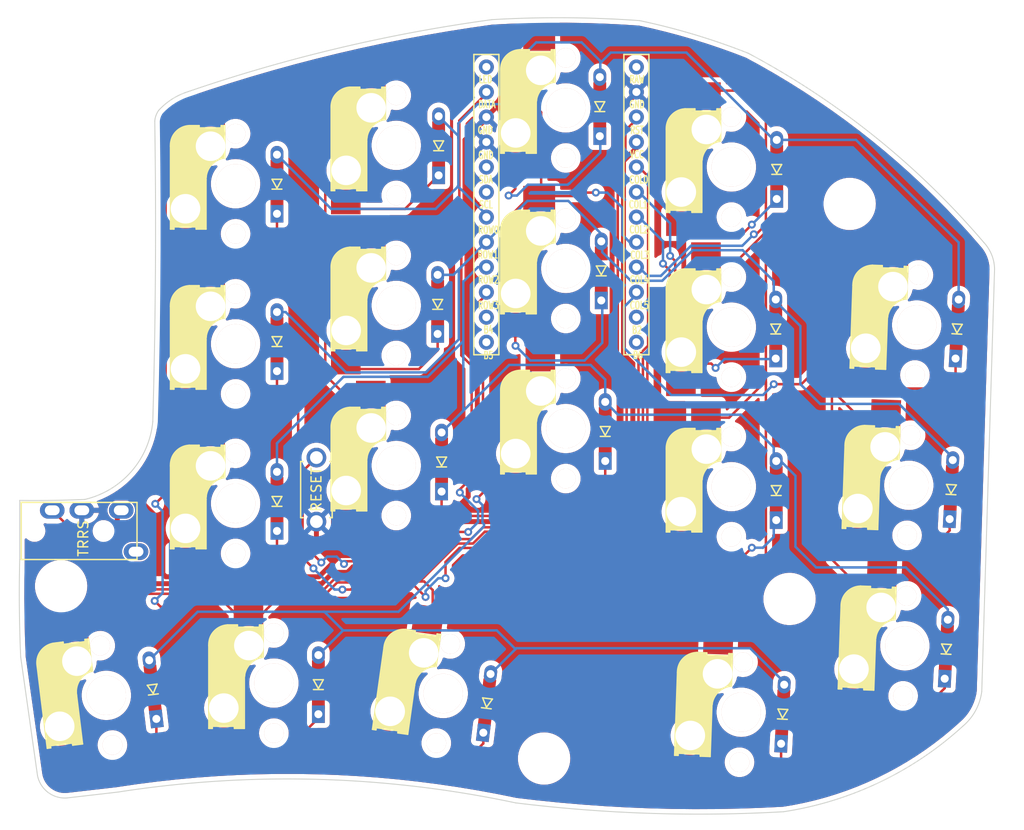
<source format=kicad_pcb>
(kicad_pcb (version 20211014) (generator pcbnew)
  (layers (0 "F.Cu" signal) (31 "B.Cu" signal) (34 "B.Paste" user) (35 "F.Paste" user) (36 "B.SilkS" user "B.Silkscreen") (37 "F.SilkS" user "F.Silkscreen") (38 "B.Mask" user) (39 "F.Mask" user) (44 "Edge.Cuts" user))
  (net 0 "")
  (net 1 "Net-(D1-Pad1)")
  (net 2 "row3")
  (net 3 "Net-(D2-Pad1)")
  (net 4 "row0")
  (net 5 "Net-(D3-Pad1)")
  (net 6 "row1")
  (net 7 "Net-(D4-Pad1)")
  (net 8 "row2")
  (net 9 "Net-(D5-Pad1)")
  (net 10 "Net-(D6-Pad1)")
  (net 11 "Net-(D7-Pad1)")
  (net 12 "Net-(D8-Pad1)")
  (net 13 "Net-(D9-Pad1)")
  (net 14 "Net-(D10-Pad1)")
  (net 15 "Net-(D11-Pad1)")
  (net 16 "Net-(D12-Pad1)")
  (net 17 "Net-(D14-Pad1)")
  (net 18 "Net-(D15-Pad1)")
  (net 19 "Net-(D16-Pad1)")
  (net 20 "Net-(D17-Pad1)")
  (net 21 "Net-(D18-Pad1)")
  (net 22 "Net-(D19-Pad1)")
  (net 23 "Net-(D13-Pad1)")
  (net 24 "VCC")
  (net 26 "data")
  (net 27 "GND")
  (net 28 "reset")
  (net 29 "col0")
  (net 30 "col1")
  (net 31 "col2")
  (net 32 "col3")
  (net 33 "col4")
  (net 34 "col5")
  (footprint "kbd_SW:CherryMX_Hotswap_1u_Small3" (layer "F.Cu") (at 162.587199 86.140697 90)
    (fp_text reference "SW5" hide)
    (fp_text value "SW_PUSH" hide)
  )
  (footprint "kbd_SW:CherryMX_Hotswap_1u_Small3" (layer "F.Cu") (at 210 89.1 88)
    (fp_text reference "SW16" hide)
    (fp_text value "SW_PUSH" hide)
  )
  (footprint "kbd_SW:CherryMX_Hotswap_1u_Small3" (layer "F.Cu") (at 145.588847 87.387518 97)
    (fp_text reference "SW1" hide)
    (fp_text value "SW_PUSH" hide)
  )
  (footprint "kbd:M2_HOLE_v2" (layer "F.Cu") (at 221 37.5)
    (fp_text reference "Ref**" hide)
    (fp_text value "Val**" hide)
  )
  (footprint "kbd:D3_TH_SMD_v2" (layer "F.Cu") (at 162.9 51.475 90)
    (fp_text reference "D3" hide)
    (fp_text value "DIODE" hide)
  )
  (footprint "kbd:D3_TH_SMD_v2" (layer "F.Cu") (at 213.5 50.2 90)
    (fp_text reference "D14" hide)
    (fp_text value "DIODE" hide)
  )
  (footprint "kbd:D3_TH_SMD_v2" (layer "F.Cu") (at 213.55 66.6 90)
    (fp_text reference "D15" hide)
    (fp_text value "DIODE" hide)
  )
  (footprint "kbd_SW:CherryMX_Hotswap_1u_Small3" (layer "F.Cu") (at 226.6 82.3611 88)
    (fp_text reference "SW19" hide)
    (fp_text value "SW_PUSH" hide)
  )
  (footprint "kbd:D3_TH_SMD_v2" (layer "F.Cu") (at 162.9 67.7 90)
    (fp_text reference "D4" hide)
    (fp_text value "DIODE" hide)
  )
  (footprint "kbd:ResetSW_1side" (layer "F.Cu") (at 166.9 66.5 90)
    (fp_text reference "SW20" hide)
    (fp_text value "RESET_SW")
  )
  (footprint "kbd:D3_TH_SMD_v2" (layer "F.Cu") (at 179.2 47.7 90)
    (fp_text reference "D7" hide)
    (fp_text value "DIODE" hide)
  )
  (footprint "kbd_SW:CherryMX_Hotswap_1u_Small3" (layer "F.Cu") (at 179.769353 87.2 82)
    (fp_text reference "SW9" hide)
    (fp_text value "SW_PUSH" hide)
  )
  (footprint "kbd:D3_TH_SMD_v2" (layer "F.Cu") (at 195.65 27.625 90)
    (fp_text reference "D10" hide)
    (fp_text value "DIODE" hide)
  )
  (footprint "kbd:D3_TH_SMD_v2" (layer "F.Cu") (at 196.2 60.6 90)
    (fp_text reference "D12" hide)
    (fp_text value "DIODE" hide)
  )
  (footprint "kbd_SW:CherryMX_Hotswap_1u_Small3" (layer "F.Cu") (at 158.699999 67.9 90)
    (fp_text reference "SW4" hide)
    (fp_text value "SW_PUSH" hide)
  )
  (footprint "kbd:M2_HOLE_v2" (layer "F.Cu") (at 141 76.3)
    (fp_text reference "Ref**" hide)
    (fp_text value "Val**" hide)
  )
  (footprint "kbd:D3_TH_SMD_v2" (layer "F.Cu") (at 179.3 31.6 90)
    (fp_text reference "D6" hide)
    (fp_text value "DIODE" hide)
  )
  (footprint "kbd:M2_HOLE_v2" (layer "F.Cu") (at 214.9 77.6)
    (fp_text reference "Ref**" hide)
    (fp_text value "Val**" hide)
  )
  (footprint "kbd:MJ-4PP-9_1side" (layer "F.Cu") (at 136.8 70.7 90)
    (fp_text reference "J1")
    (fp_text value "TRRS_MJ-4PP-9" hide)
  )
  (footprint "kbd:D3_TH_SMD_v2" (layer "F.Cu") (at 213.6 34 90)
    (fp_text reference "D13" hide)
    (fp_text value "DIODE" hide)
  )
  (footprint "kbd:D3_TH_SMD_v2" (layer "F.Cu") (at 162.9 35.5 90)
    (fp_text reference "D2" hide)
    (fp_text value "DIODE" hide)
  )
  (footprint "kbd:D3_TH_SMD_v2" (layer "F.Cu") (at 195.8 44.3 90)
    (fp_text reference "D11" hide)
    (fp_text value "DIODE" hide)
  )
  (footprint "kbd:D3_TH_SMD_v2" (layer "F.Cu") (at 179.6 63.7 90)
    (fp_text reference "D8" hide)
    (fp_text value "DIODE" hide)
  )
  (footprint "kbd:M2_HOLE_v2" (layer "F.Cu") (at 190 93.8)
    (fp_text reference "Ref**" hide)
    (fp_text value "Val**" hide)
  )
  (footprint "kbd_SW:CherryMX_Hotswap_1u_Small3" (layer "F.Cu") (at 227.8 49.791443 88)
    (fp_text reference "SW17" hide)
    (fp_text value "SW_PUSH" hide)
  )
  (footprint "kbd_SW:CherryMX_Hotswap_1u_Small3" (layer "F.Cu") (at 227 66.0611 88)
    (fp_text reference "SW18" hide)
    (fp_text value "SW_PUSH" hide)
  )
  (footprint "kbd:ProMicro_v2_1side" (layer "B.Cu") (at 191.8 38.078 180)
    (fp_text reference "U1" hide)
    (fp_text value "ProMicro" hide)
  )
  (footprint "kbd:D3_TH_SMD_v2" (layer "B.Cu") (at 167.1 86.3 -90)
    (fp_text reference "D5" hide)
    (fp_text value "DIODE" hide)
  )
  (footprint "kbd:D3_TH_SMD_v2" (layer "B.Cu") (at 184.2 88.2 -97)
    (fp_text reference "D9" hide)
    (fp_text value "DIODE" hide)
  )
  (footprint "kbd:D3_TH_SMD_v2" (layer "B.Cu") (at 150.3 86.8 -83)
    (fp_text reference "D1" hide)
    (fp_text value "DIODE" hide)
  )
  (footprint "kbd:D3_TH_SMD_v2" (layer "B.Cu") (at 231.9 50.2 -93)
    (fp_text reference "D17" hide)
    (fp_text value "DIODE" hide)
  )
  (footprint "kbd:D3_TH_SMD_v2" (layer "B.Cu") (at 231.3 66.5 -93)
    (fp_text reference "D18" hide)
    (fp_text value "DIODE" hide)
  )
  (footprint "kbd_SW:CherryMX_Hotswap_1u_Small3" (layer "B.Cu") (at 208.999999 50.00318 -90)
    (fp_text reference "SW14" hide)
    (fp_text value "SW_PUSH" hide)
  )
  (footprint "kbd:D3_TH_SMD_v2" (layer "B.Cu") (at 214.2 89.3 -93)
    (fp_text reference "D16" hide)
    (fp_text value "DIODE" hide)
  )
  (footprint "kbd_SW:CherryMX_Hotswap_1u_Small3" (layer "B.Cu") (at 192.2 60.3 -90)
    (fp_text reference "SW12" hide)
    (fp_text value "SW_PUSH" hide)
  )
  (footprint "kbd_SW:CherryMX_Hotswap_1u_Small3" (layer "B.Cu") (at 158.699999 51.703179 -90)
    (fp_text reference "SW3" hide)
    (fp_text value "SW_PUSH" hide)
  )
  (footprint "kbd_SW:CherryMX_Hotswap_1u_Small3" (layer "B.Cu") (at 208.999999 33.753179 -90)
    (fp_text reference "SW13" hide)
    (fp_text value "SW_PUSH" hide)
  )
  (footprint "kbd_SW:CherryMX_Hotswap_1u_Small3" (layer "B.Cu") (at 175 64.053179 -90)
    (fp_text reference "SW8" hide)
    (fp_text value "SW_PUSH" hide)
  )
  (footprint "kbd_SW:CherryMX_Hotswap_1u_Small3" (layer "B.Cu") (at 175 47.803179 -90)
    (fp_text reference "SW7" hide)
    (fp_text value "SW_PUSH" hide)
  )
  (footprint "kbd_SW:CherryMX_Hotswap_1u_Small3" (layer "B.Cu") (at 175 31.553179 -90)
    (fp_text reference "SW6" hide)
    (fp_text value "SW_PUSH" hide)
  )
  (footprint "kbd_SW:CherryMX_Hotswap_1u_Small3" (layer "B.Cu") (at 158.699999 35.453179 -90)
    (fp_text reference "SW2" hide)
    (fp_text value "SW_PUSH" hide)
  )
  (footprint "kbd:D3_TH_SMD_v2" (layer "B.Cu") (at 230.8 82.7 -93)
    (fp_text reference "D19" hide)
    (fp_text value "DIODE" hide)
  )
  (footprint "kbd_SW:CherryMX_Hotswap_1u_Small3" (layer "B.Cu") (at 208.999999 66.2 -90)
    (fp_text reference "SW15" hide)
    (fp_text value "SW_PUSH" hide)
  )
  (footprint "kbd_SW:CherryMX_Hotswap_1u_Small3" (layer "B.Cu") (at 192.2 27.753179 -90)
    (fp_text reference "SW10" hide)
    (fp_text value "SW_PUSH" hide)
  )
  (footprint "kbd_SW:CherryMX_Hotswap_1u_Small3" (layer "B.Cu") (at 192.2 44.05 -90)
    (fp_text reference "SW11" hide)
    (fp_text value "SW_PUSH" hide)
  )
  (gr_arc (start 150.9 28) (mid 152.141622 26.937433) (end 153.6 26.2) (layer "Edge.Cuts") (width 0.1))
  (gr_arc (start 199.7 18.894711) (mid 205.269432 20.316285) (end 210.7 22.2) (layer "Edge.Cuts") (width 0.1))
  (gr_line (start 136.8 67.6) (end 136.8 73.6) (layer "Edge.Cuts") (width 0.1))
  (gr_arc (start 150.5 29.1) (mid 150.625726 28.522991) (end 150.9 28) (layer "Edge.Cuts") (width 0.1))
  (gr_arc (start 214.3 99.2) (mid 200.679748 99.362058) (end 187.1 98.3) (layer "Edge.Cuts") (width 0.1))
  (gr_arc (start 143.4 67.5) (mid 140.100689 67.595453) (end 136.8 67.6) (layer "Edge.Cuts") (width 0.1))
  (gr_arc (start 150.5 29.1) (mid 150.568314 44.351104) (end 150.3 59.6) (layer "Edge.Cuts") (width 0.1))
  (gr_arc (start 232.5 90.5) (mid 224.046976 96.203445) (end 214.3 99.2) (layer "Edge.Cuts") (width 0.1))
  (gr_arc (start 150.3 59.6) (mid 148.124904 64.663524) (end 143.4 67.5) (layer "Edge.Cuts") (width 0.1))
  (gr_arc (start 234.6 41.4) (mid 235.399521 42.648339) (end 235.7 44.1) (layer "Edge.Cuts") (width 0.1))
  (gr_line (start 136.9 83.5) (end 138.6 95.5) (layer "Edge.Cuts") (width 0.1))
  (gr_arc (start 136.9 83.5) (mid 136.76493 78.550859) (end 136.8 73.6) (layer "Edge.Cuts") (width 0.1))
  (gr_arc (start 141.6 97.8) (mid 139.659077 97.225117) (end 138.6 95.5) (layer "Edge.Cuts") (width 0.1))
  (gr_line (start 234.4 87) (end 235.7 44.1) (layer "Edge.Cuts") (width 0.1))
  (gr_arc (start 234.4 87) (mid 233.776976 88.927501) (end 232.5 90.5) (layer "Edge.Cuts") (width 0.1))
  (gr_arc (start 184.7 18.794711) (mid 192.201631 18.6) (end 199.7 18.894711) (layer "Edge.Cuts") (width 0.1))
  (gr_arc (start 210.7 22.2) (mid 223.554878 30.673616) (end 234.6 41.4) (layer "Edge.Cuts") (width 0.1))
  (gr_line (start 141.6 97.8) (end 146.8 97.2) (layer "Edge.Cuts") (width 0.1))
  (gr_arc (start 146.8 97.2) (mid 167.000138 95.913118) (end 187.1 98.3) (layer "Edge.Cuts") (width 0.1))
  (gr_arc (start 153.6 26.2) (mid 168.967174 21.72954) (end 184.7 18.794711) (layer "Edge.Cuts") (width 0.1))
  (segment (start 150.665608 92.034392) (end 150.665608 89.777638) (width 0.25) (layer "F.Cu") (net 1))
  (segment (start 141.201666 93.669002) (end 141.632664 94.1) (width 0.25) (layer "F.Cu") (net 1))
  (segment (start 148.6 94.1) (end 150.665608 92.034392) (width 0.25) (layer "F.Cu") (net 1))
  (segment (start 141.632664 94.1) (end 148.6 94.1) (width 0.25) (layer "F.Cu") (net 1))
  (segment (start 182.75 48.0986) (end 182.75 52.4) (width 0.25) (layer "F.Cu") (net 2))
  (segment (start 182.75 52.4) (end 183.8 53.45) (width 0.25) (layer "F.Cu") (net 2))
  (segment (start 183.8 66.809926) (end 183.142856 67.46707) (width 0.25) (layer "F.Cu") (net 2))
  (segment (start 183.8 53.45) (end 183.8 66.809926) (width 0.25) (layer "F.Cu") (net 2))
  (segment (start 184.3886 46.46) (end 182.75 48.0986) (width 0.25) (layer "F.Cu") (net 2))
  (via (at 183.142856 67.46707) (size 0.8) (drill 0.4) (layers "F.Cu" "B.Cu") (net 2))
  (segment (start 169.605563 80.794437) (end 185.194437 80.794437) (width 0.25) (layer "B.Cu") (net 2))
  (segment (start 183.9 70) (end 183.9 70.225305) (width 0.25) (layer "B.Cu") (net 2))
  (segment (start 149.934392 83.822362) (end 154.856754 78.9) (width 0.25) (layer "B.Cu") (net 2))
  (segment (start 187.18797 82.6) (end 187.093985 82.693985) (width 0.25) (layer "B.Cu") (net 2))
  (segment (start 175.225305 78.9) (end 167.6 78.9) (width 0.25) (layer "B.Cu") (net 2))
  (segment (start 154.856754 78.9) (end 167.6 78.9) (width 0.25) (layer "B.Cu") (net 2))
  (segment (start 214.357008 86.304111) (end 214.357008 86.052931) (width 0.25) (layer "B.Cu") (net 2))
  (segment (start 185.194437 80.794437) (end 187.093985 82.693985) (width 0.25) (layer "B.Cu") (net 2))
  (segment (start 210.904077 82.6) (end 187.18797 82.6) (width 0.25) (layer "B.Cu") (net 2))
  (segment (start 167.6 78.9) (end 167.711126 78.9) (width 0.25) (layer "B.Cu") (net 2))
  (segment (start 167.1 83.3) (end 169.605563 80.794437) (width 0.25) (layer "B.Cu") (net 2))
  (segment (start 183.142856 67.46707) (end 183.75 68.074214) (width 0.25) (layer "B.Cu") (net 2))
  (segment (start 183.75 69.85) (end 183.9 70) (width 0.25) (layer "B.Cu") (net 2))
  (segment (start 187.093985 82.693985) (end 184.565608 85.222362) (width 0.25) (layer "B.Cu") (net 2))
  (segment (start 214.357008 86.052931) (end 210.904077 82.6) (width 0.25) (layer "B.Cu") (net 2))
  (segment (start 167.711126 78.9) (end 169.605563 80.794437) (width 0.25) (layer "B.Cu") (net 2))
  (segment (start 183.9 70.225305) (end 175.225305 78.9) (width 0.25) (layer "B.Cu") (net 2))
  (segment (start 183.75 68.074214) (end 183.75 69.85) (width 0.25) (layer "B.Cu") (net 2))
  (segment (start 153.579999 41.153179) (end 154.82682 42.4) (width 0.25) (layer "F.Cu") (net 3))
  (segment (start 162.9 40.8) (end 162.9 38.5) (width 0.25) (layer "F.Cu") (net 3))
  (segment (start 154.82682 42.4) (end 161.3 42.4) (width 0.25) (layer "F.Cu") (net 3))
  (segment (start 161.3 42.4) (end 162.9 40.8) (width 0.25) (layer "F.Cu") (net 3))
  (segment (start 181.3 35.7) (end 181.3 30.8) (width 0.25) (layer "B.Cu") (net 4))
  (segment (start 196.765302 22.134698) (end 195.7 23.2) (width 0.25) (layer "B.Cu") (net 4))
  (segment (start 232.057008 47.204111) (end 232.057008 41.415228) (width 0.25) (layer "B.Cu") (net 4))
  (segment (start 204.434698 22.134698) (end 196.765302 22.134698) (width 0.25) (layer "B.Cu") (net 4))
  (segment (start 168.40818 38.00818) (end 178.99182 38.00818) (width 0.25) (layer "B.Cu") (net 4))
  (segment (start 179.3 28.6) (end 179.3 28.361) (width 0.25) (layer "B.Cu") (net 4))
  (segment (start 184.3886 38.84) (end 181.2486 35.7) (width 0.25) (layer "B.Cu") (net 4))
  (segment (start 193.8 21.1) (end 195.7 23) (width 0.25) (layer "B.Cu") (net 4))
  (segment (start 213.3 31) (end 204.434698 22.134698) (width 0.25) (layer "B.Cu") (net 4))
  (segment (start 181.3 29.321188) (end 183.249707 27.371481) (width 0.25) (layer "B.Cu") (net 4))
  (segment (start 189.2 21.1) (end 193.8 21.1) (width 0.25) (layer "B.Cu") (net 4))
  (segment (start 181.2486 35.7) (end 181.3 35.7) (width 0.25) (layer "B.Cu") (net 4))
  (segment (start 221.64178 31) (end 213.3 31) (width 0.25) (layer "B.Cu") (net 4))
  (segment (start 181.3 30.8) (end 181.3 29.321188) (width 0.25) (layer "B.Cu") (net 4))
  (segment (start 181.3 30.8) (end 181.3 30.6) (width 0.25) (layer "B.Cu") (net 4))
  (segment (start 185.628519 27.371481) (end 186.7 26.3) (width 0.25) (layer "B.Cu") (net 4))
  (segment (start 180.275 36.725) (end 181.3 35.7) (width 0.25) (layer "B.Cu") (net 4))
  (segment (start 178.99182 38.00818) (end 180.275 36.725) (width 0.25) (layer "B.Cu") (net 4))
  (segment (start 181.3 30.6) (end 179.3 28.6) (width 0.25) (layer "B.Cu") (net 4))
  (segment (start 162.9 32.5) (end 168.40818 38.00818) (width 0.25) (layer "B.Cu") (net 4))
  (segment (start 186.7 26.3) (end 186.7 23.6) (width 0.25) (layer "B.Cu") (net 4))
  (segment (start 183.249707 27.371481) (end 185.628519 27.371481) (width 0.25) (layer "B.Cu") (net 4))
  (segment (start 186.7 23.6) (end 189.2 21.1) (width 0.25) (layer "B.Cu") (net 4))
  (segment (start 195.7 23.2) (end 195.7 24.625) (width 0.25) (layer "B.Cu") (net 4))
  (segment (start 232.057008 41.415228) (end 221.64178 31) (width 0.25) (layer "B.Cu") (net 4))
  (segment (start 195.7 23) (end 195.7 23.2) (width 0.25) (layer "B.Cu") (net 4))
  (segment (start 162.9 56.8) (end 162.9 54.475) (width 0.25) (layer "F.Cu") (net 5))
  (segment (start 153.579999 57.403179) (end 154.77682 58.6) (width 0.25) (layer "F.Cu") (net 5))
  (segment (start 161.1 58.6) (end 162.9 56.8) (width 0.25) (layer "F.Cu") (net 5))
  (segment (start 154.77682 58.6) (end 161.1 58.6) (width 0.25) (layer "F.Cu") (net 5))
  (segment (start 213.3 45.35) (end 213.3 47.2) (width 0.25) (layer "B.Cu") (net 6))
  (segment (start 192.461 37.2) (end 195.9 40.639) (width 0.25) (layer "B.Cu") (net 6))
  (segment (start 181.75 43.75) (end 180.8 44.7) (width 0.25) (layer "B.Cu") (net 6))
  (segment (start 163.775 48.475) (end 169.9 54.6) (width 0.25) (layer "B.Cu") (net 6))
  (segment (start 178 54.6) (end 181.35 51.25) (width 0.25) (layer "B.Cu") (net 6))
  (segment (start 188.3 37.2) (end 192.461 37.2) (width 0.25) (layer "B.Cu") (net 6))
  (segment (start 198.8 45.3) (end 201.986396 45.3) (width 0.25) (layer "B.Cu") (net 6))
  (segment (start 218 57.8) (end 226.004077 57.8) (width 0.25) (layer "B.Cu") (net 6))
  (segment (start 216 55.8) (end 218 57.8) (width 0.25) (layer "B.Cu") (net 6))
  (segment (start 162.9 48.475) (end 163.775 48.475) (width 0.25) (layer "B.Cu") (net 6))
  (segment (start 201.986396 45.3) (end 205.086396 42.2) (width 0.25) (layer "B.Cu") (net 6))
  (segment (start 231.457008 63.252931) (end 231.457008 63.504111) (width 0.25) (layer "B.Cu") (net 6))
  (segment (start 181.35 51.25) (end 181.35 44.15) (width 0.25) (layer "B.Cu") (net 6))
  (segment (start 216 49.9) (end 216 55.8) (width 0.25) (layer "B.Cu") (net 6))
  (segment (start 213.3 47.2) (end 216 49.9) (width 0.25) (layer "B.Cu") (net 6))
  (segment (start 180.8 44.7) (end 179.2 44.7) (width 0.25) (layer "B.Cu") (net 6))
  (segment (start 210.15 42.2) (end 213.3 45.35) (width 0.25) (layer "B.Cu") (net 6))
  (segment (start 226.004077 57.8) (end 231.457008 63.252931) (width 0.25) (layer "B.Cu") (net 6))
  (segment (start 195.9 42.4) (end 198.8 45.3) (width 0.25) (layer "B.Cu") (net 6))
  (segment (start 169.9 54.6) (end 178 54.6) (width 0.25) (layer "B.Cu") (net 6))
  (segment (start 205.086396 42.2) (end 210.15 42.2) (width 0.25) (layer "B.Cu") (net 6))
  (segment (start 195.9 40.639) (end 195.9 42.4) (width 0.25) (layer "B.Cu") (net 6))
  (segment (start 181.35 44.15) (end 188.3 37.2) (width 0.25) (layer "B.Cu") (net 6))
  (segment (start 156.775 74.775) (end 161.5 74.775) (width 0.25) (layer "F.Cu") (net 7))
  (segment (start 162.9 73.375) (end 162.9 70.7) (width 0.25) (layer "F.Cu") (net 7))
  (segment (start 155.6 73.6) (end 156.775 74.775) (width 0.25) (layer "F.Cu") (net 7))
  (segment (start 161.5 74.775) (end 162.9 73.375) (width 0.25) (layer "F.Cu") (net 7))
  (segment (start 153.579999 73.6) (end 155.6 73.6) (width 0.25) (layer "F.Cu") (net 7))
  (segment (start 197.5 58.9) (end 196.2 57.6) (width 0.25) (layer "B.Cu") (net 8))
  (segment (start 169.65 55.05) (end 178.186396 55.05) (width 0.25) (layer "B.Cu") (net 8))
  (segment (start 230.957008 78.657008) (end 226.7 74.4) (width 0.25) (layer "B.Cu") (net 8))
  (segment (start 184.3886 43.92) (end 183.28 43.92) (width 0.25) (layer "B.Cu") (net 8))
  (segment (start 196.2 55.330911) (end 194.714088 53.844999) (width 0.25) (layer "B.Cu") (net 8))
  (segment (start 214.1 63.7) (end 213.3 63.7) (width 0.25) (layer "B.Cu") (net 8))
  (segment (start 230.957008 79.704111) (end 230.957008 78.657008) (width 0.25) (layer "B.Cu") (net 8))
  (segment (start 209.985002 58.9) (end 197.5 58.9) (width 0.25) (layer "B.Cu") (net 8))
  (segment (start 181.8 58.5) (end 179.6 60.7) (width 0.25) (layer "B.Cu") (net 8))
  (segment (start 186.455001 53.844999) (end 181.35 58.95) (width 0.25) (layer "B.Cu") (net 8))
  (segment (start 181.8 45.4) (end 181.8 58.5) (width 0.25) (layer "B.Cu") (net 8))
  (segment (start 178.186396 55.05) (end 181.8 51.436396) (width 0.25) (layer "B.Cu") (net 8))
  (segment (start 217.6 74.4) (end 215.5 72.3) (width 0.25) (layer "B.Cu") (net 8))
  (segment (start 213.3 62.214998) (end 209.985002 58.9) (width 0.25) (layer "B.Cu") (net 8))
  (segment (start 215.5 65.1) (end 214.1 63.7) (width 0.25) (layer "B.Cu") (net 8))
  (segment (start 213.3 63.7) (end 213.3 62.214998) (width 0.25) (layer "B.Cu") (net 8))
  (segment (start 196.2 57.6) (end 196.2 55.330911) (width 0.25) (layer "B.Cu") (net 8))
  (segment (start 181.8 51.436396) (end 181.8 51.3) (width 0.25) (layer "B.Cu") (net 8))
  (segment (start 226.7 74.4) (end 217.6 74.4) (width 0.25) (layer "B.Cu") (net 8))
  (segment (start 215.5 72.3) (end 215.5 65.1) (width 0.25) (layer "B.Cu") (net 8))
  (segment (start 162.9 61.8) (end 169.65 55.05) (width 0.25) (layer "B.Cu") (net 8))
  (segment (start 162.9 64.7) (end 162.9 61.8) (width 0.25) (layer "B.Cu") (net 8))
  (segment (start 194.714088 53.844999) (end 186.455001 53.844999) (width 0.25) (layer "B.Cu") (net 8))
  (segment (start 183.28 43.92) (end 181.8 45.4) (width 0.25) (layer "B.Cu") (net 8))
  (segment (start 157.467199 91.840697) (end 158.926502 93.3) (width 0.25) (layer "F.Cu") (net 9))
  (segment (start 167.1 89.7) (end 167.1 89.3) (width 0.25) (layer "F.Cu") (net 9))
  (segment (start 163.5 93.3) (end 167.1 89.7) (width 0.25) (layer "F.Cu") (net 9))
  (segment (start 158.926502 93.3) (end 163.5 93.3) (width 0.25) (layer "F.Cu") (net 9))
  (segment (start 175.89182 38.00818) (end 179.3 34.6) (width 0.25) (layer "F.Cu") (net 10))
  (segment (start 170.635001 38.00818) (end 175.89182 38.00818) (width 0.25) (layer "F.Cu") (net 10))
  (segment (start 169.88 37.253179) (end 170.635001 38.00818) (width 0.25) (layer "F.Cu") (net 10))
  (segment (start 179.2 52.35818) (end 179.2 50.7) (width 0.25) (layer "F.Cu") (net 11))
  (segment (start 169.88 53.503179) (end 170.635001 54.25818) (width 0.25) (layer "F.Cu") (net 11))
  (segment (start 177.3 54.25818) (end 179.2 52.35818) (width 0.25) (layer "F.Cu") (net 11))
  (segment (start 170.635001 54.25818) (end 177.3 54.25818) (width 0.25) (layer "F.Cu") (net 11))
  (segment (start 170.2 72.1) (end 170.725 72.625) (width 0.25) (layer "F.Cu") (net 12))
  (segment (start 179.6 69.086828) (end 179.6 66.7) (width 0.25) (layer "F.Cu") (net 12))
  (segment (start 176.061828 72.625) (end 179.6 69.086828) (width 0.25) (layer "F.Cu") (net 12))
  (segment (start 170.725 72.625) (end 176.061828 72.625) (width 0.25) (layer "F.Cu") (net 12))
  (segment (start 170.2 70.073179) (end 170.2 72.1) (width 0.25) (layer "F.Cu") (net 12))
  (segment (start 169.88 69.753179) (end 170.2 70.073179) (width 0.25) (layer "F.Cu") (net 12))
  (segment (start 175.873932 94.1) (end 182 94.1) (width 0.25) (layer "F.Cu") (net 13))
  (segment (start 182 94.1) (end 183.834392 92.265608) (width 0.25) (layer "F.Cu") (net 13))
  (segment (start 183.834392 92.265608) (end 183.834392 91.177638) (width 0.25) (layer "F.Cu") (net 13))
  (segment (start 173.905894 92.131962) (end 175.873932 94.1) (width 0.25) (layer "F.Cu") (net 13))
  (segment (start 187.08 35.97) (end 187.08 33.453179) (width 0.25) (layer "F.Cu") (net 14))
  (segment (start 196 30.625) (end 195.975 30.625) (width 0.25) (layer "F.Cu") (net 14))
  (segment (start 186.4 36.65) (end 187.08 35.97) (width 0.25) (layer "F.Cu") (net 14))
  (via (at 186.4 36.65) (size 0.8) (drill 0.4) (layers "F.Cu" "B.Cu") (net 14))
  (segment (start 192.55 35.45) (end 195.7 32.3) (width 0.25) (layer "B.Cu") (net 14))
  (segment (start 192.4 35.55) (end 192.5 35.45) (width 0.25) (layer "B.Cu") (net 14))
  (segment (start 192.5 35.45) (end 192.55 35.45) (width 0.25) (layer "B.Cu") (net 14))
  (segment (start 186.4 36.65) (end 187.25 36.65) (width 0.25) (layer "B.Cu") (net 14))
  (segment (start 195.7 32.3) (end 195.7 30.625) (width 0.25) (layer "B.Cu") (net 14))
  (segment (start 187.25 36.65) (end 188.35 35.55) (width 0.25) (layer "B.Cu") (net 14))
  (segment (start 188.35 35.55) (end 192.4 35.55) (width 0.25) (layer "B.Cu") (net 14))
  (segment (start 187.08 49.75) (end 187.08 51.88) (width 0.25) (layer "F.Cu") (net 15))
  (segment (start 187.08 51.88) (end 187.1 51.9) (width 0.25) (layer "F.Cu") (net 15))
  (via (at 187.1 51.9) (size 0.8) (drill 0.4) (layers "F.Cu" "B.Cu") (net 15))
  (segment (start 188.594999 53.394999) (end 194.1 53.394999) (width 0.25) (layer "B.Cu") (net 15))
  (segment (start 194.1 53.394999) (end 195.9 51.594999) (width 0.25) (layer "B.Cu") (net 15))
  (segment (start 187.1 51.9) (end 188.594999 53.394999) (width 0.25) (layer "B.Cu") (net 15))
  (segment (start 195.9 51.594999) (end 195.9 47.3) (width 0.25) (layer "B.Cu") (net 15))
  (segment (start 194.271878 68.025) (end 196.2 66.096878) (width 0.25) (layer "F.Cu") (net 16))
  (segment (start 187.08 66) (end 189.105 68.025) (width 0.25) (layer "F.Cu") (net 16))
  (segment (start 189.105 68.025) (end 194.271878 68.025) (width 0.25) (layer "F.Cu") (net 16))
  (segment (start 196.4 63.6) (end 196.4 63.839) (width 0.25) (layer "F.Cu") (net 16))
  (segment (start 196.2 66.096878) (end 196.2 63.6) (width 0.25) (layer "F.Cu") (net 16))
  (segment (start 205.875 53.708179) (end 203.879999 55.70318) (width 0.25) (layer "F.Cu") (net 17))
  (segment (start 206.958179 53.708179) (end 205.875 53.708179) (width 0.25) (layer "F.Cu") (net 17))
  (segment (start 207.4 54.15) (end 206.958179 53.708179) (width 0.25) (layer "F.Cu") (net 17))
  (via (at 207.4 54.15) (size 0.8) (drill 0.4) (layers "F.Cu" "B.Cu") (net 17))
  (segment (start 208.3 53.25) (end 213.25 53.25) (width 0.25) (layer "B.Cu") (net 17))
  (segment (start 213.25 53.25) (end 213.3 53.2) (width 0.25) (layer "B.Cu") (net 17))
  (segment (start 207.4 54.15) (end 208.3 53.25) (width 0.25) (layer "B.Cu") (net 17))
  (segment (start 209.8755 73.6) (end 211.0755 72.4) (width 0.25) (layer "F.Cu") (net 18))
  (segment (start 205.579999 73.6) (end 205.8 73.6) (width 0.25) (layer "F.Cu") (net 18))
  (segment (start 203.879999 71.9) (end 205.579999 73.6) (width 0.25) (layer "F.Cu") (net 18))
  (segment (start 205.8 73.6) (end 209.8755 73.6) (width 0.25) (layer "F.Cu") (net 18))
  (segment (start 213.3 70.124999) (end 213.3 69.7) (width 0.25) (layer "F.Cu") (net 18))
  (via (at 211.0755 72.4) (size 0.8) (drill 0.4) (layers "F.Cu" "B.Cu") (net 18))
  (segment (start 213.3 71.3) (end 213.3 69.7) (width 0.25) (layer "B.Cu") (net 18))
  (segment (start 211.0755 72.4) (end 212.2 72.4) (width 0.25) (layer "B.Cu") (net 18))
  (segment (start 212.2 72.4) (end 213.3 71.3) (width 0.25) (layer "B.Cu") (net 18))
  (segment (start 214.042992 94.257008) (end 214.042992 92.295889) (width 0.25) (layer "F.Cu") (net 19))
  (segment (start 204.684192 95.184192) (end 206.3 96.8) (width 0.25) (layer "F.Cu") (net 19))
  (segment (start 206.3 96.8) (end 211.5 96.8) (width 0.25) (layer "F.Cu") (net 19))
  (segment (start 211.5 96.8) (end 214.042992 94.257008) (width 0.25) (layer "F.Cu") (net 19))
  (segment (start 204.684192 94.617842) (end 204.684192 95.184192) (width 0.25) (layer "F.Cu") (net 19))
  (segment (start 223.418256 56.243349) (end 230.356651 56.243349) (width 0.25) (layer "F.Cu") (net 20))
  (segment (start 222.484192 55.309285) (end 223.418256 56.243349) (width 0.25) (layer "F.Cu") (net 20))
  (segment (start 230.356651 56.243349) (end 231.742992 54.857008) (width 0.25) (layer "F.Cu") (net 20))
  (segment (start 231.742992 54.857008) (end 231.742992 53.195889) (width 0.25) (layer "F.Cu") (net 20))
  (segment (start 221.684192 71.578942) (end 223.00525 72.9) (width 0.25) (layer "F.Cu") (net 21))
  (segment (start 228.9 72.9) (end 231.142992 70.657008) (width 0.25) (layer "F.Cu") (net 21))
  (segment (start 231.142992 70.657008) (end 231.142992 69.495889) (width 0.25) (layer "F.Cu") (net 21))
  (segment (start 223.00525 72.9) (end 228.9 72.9) (width 0.25) (layer "F.Cu") (net 21))
  (segment (start 222.50525 89.1) (end 228.2 89.1) (width 0.25) (layer "F.Cu") (net 22))
  (segment (start 228.2 89.1) (end 230.642992 86.657008) (width 0.25) (layer "F.Cu") (net 22))
  (segment (start 230.642992 86.657008) (end 230.642992 85.695889) (width 0.25) (layer "F.Cu") (net 22))
  (segment (start 221.284192 87.878942) (end 222.50525 89.1) (width 0.25) (layer "F.Cu") (net 22))
  (segment (start 207.1 40.5) (end 210.1755 40.5) (width 0.25) (layer "F.Cu") (net 23))
  (segment (start 206.053179 39.453179) (end 207.1 40.5) (width 0.25) (layer "F.Cu") (net 23))
  (segment (start 203.879999 39.453179) (end 206.053179 39.453179) (width 0.25) (layer "F.Cu") (net 23))
  (segment (start 210.1755 40.5) (end 211.0755 39.6) (width 0.25) (layer "F.Cu") (net 23))
  (via (at 211.0755 39.6) (size 0.8) (drill 0.4) (layers "F.Cu" "B.Cu") (net 23))
  (segment (start 211.0755 39.6) (end 213.3 37.3755) (width 0.25) (layer "B.Cu") (net 23))
  (segment (start 213.3 37.3755) (end 213.3 37) (width 0.25) (layer "B.Cu") (net 23))
  (segment (start 181.376344 69.75) (end 176.776344 74.35) (width 0.5) (layer "F.Cu") (net 24))
  (segment (start 146.7 69) (end 147.1 68.6) (width 0.5) (layer "F.Cu") (net 24))
  (segment (start 167.439949 76.05) (end 149.316116 76.05) (width 0.5) (layer "F.Cu") (net 24))
  (segment (start 149.316116 76.05) (end 146.7 73.433884) (width 0.5) (layer "F.Cu") (net 24))
  (segment (start 194.986394 69.75) (end 181.376344 69.75) (width 0.5) (layer "F.Cu") (net 24))
  (segment (start 199.5186 31.6814) (end 198.05 33.15) (width 0.5) (layer "F.Cu") (net 24))
  (segment (start 176.776344 74.35) (end 170.60227 74.35) (width 0.5) (layer "F.Cu") (net 24))
  (segment (start 198.05 33.15) (end 198.05 52.75) (width 0.5) (layer "F.Cu") (net 24))
  (segment (start 199 65.736394) (end 194.986394 69.75) (width 0.5) (layer "F.Cu") (net 24))
  (segment (start 199.5186 31.22) (end 199.5186 31.6814) (width 0.5) (layer "F.Cu") (net 24))
  (segment (start 170.60227 74.35) (end 170.05227 74.9) (width 0.5) (layer "F.Cu") (net 24))
  (segment (start 199 53.7) (end 199 65.736394) (width 0.5) (layer "F.Cu") (net 24))
  (segment (start 146.7 73.433884) (end 146.7 69) (width 0.5) (layer "F.Cu") (net 24))
  (segment (start 198.05 52.75) (end 199 53.7) (width 0.5) (layer "F.Cu") (net 24))
  (segment (start 170.05227 74.9) (end 168.58995 74.9) (width 0.5) (layer "F.Cu") (net 24))
  (segment (start 168.58995 74.9) (end 167.439949 76.05) (width 0.5) (layer "F.Cu") (net 24))
  (segment (start 168.828623 75.4745) (end 167.678122 76.625) (width 0.25) (layer "F.Cu") (net 26))
  (segment (start 149.075 76.625) (end 145.05 72.6) (width 0.25) (layer "F.Cu") (net 26))
  (segment (start 181.4 40.963173) (end 181.4 29.0386) (width 0.25) (layer "F.Cu") (net 26))
  (segment (start 182.65 53.926344) (end 181.6 52.876344) (width 0.25) (layer "F.Cu") (net 26))
  (segment (start 181.4505 66.799312) (end 181.4505 66.484058) (width 0.25) (layer "F.Cu") (net 26))
  (segment (start 181.4 29.0386) (end 184.2986 26.14) (width 0.25) (layer "F.Cu") (net 26))
  (segment (start 144.1 72.6) (end 140.1 68.6) (width 0.25) (layer "F.Cu") (net 26))
  (segment (start 145.05 72.6) (end 144.1 72.6) (width 0.25) (layer "F.Cu") (net 26))
  (segment (start 182.65 65.284558) (end 182.65 53.926344) (width 0.25) (layer "F.Cu") (net 26))
  (segment (start 170.840442 74.925) (end 170.290942 75.4745) (width 0.25) (layer "F.Cu") (net 26))
  (segment (start 181.139516 70.8) (end 177.014516 74.925) (width 0.25) (layer "F.Cu") (net 26))
  (segment (start 167.678122 76.625) (end 149.075 76.625) (width 0.25) (layer "F.Cu") (net 26))
  (segment (start 170.290942 75.4745) (end 168.828623 75.4745) (width 0.25) (layer "F.Cu") (net 26))
  (segment (start 181.4505 66.484058) (end 182.65 65.284558) (width 0.25) (layer "F.Cu") (net 26))
  (segment (start 181.6 52.876344) (end 181.6 41.163173) (width 0.25) (layer "F.Cu") (net 26))
  (segment (start 182.3 70.8) (end 181.139516 70.8) (width 0.25) (layer "F.Cu") (net 26))
  (segment (start 181.6 41.163173) (end 181.4 40.963173) (width 0.25) (layer "F.Cu") (net 26))
  (segment (start 177.014516 74.925) (end 170.840442 74.925) (width 0.25) (layer "F.Cu") (net 26))
  (via (at 181.4505 66.799312) (size 0.8) (drill 0.4) (layers "F.Cu" "B.Cu") (net 26))
  (via (at 182.3 70.8) (size 0.8) (drill 0.4) (layers "F.Cu" "B.Cu") (net 26))
  (segment (start 183.3 69.8) (end 183.3 68.648812) (width 0.25) (layer "B.Cu") (net 26))
  (segment (start 183.3 68.648812) (end 181.4505 66.799312) (width 0.25) (layer "B.Cu") (net 26))
  (segment (start 182.3 70.8) (end 183.3 69.8) (width 0.25) (layer "B.Cu") (net 26))
  (segment (start 184.3914 26.14) (end 184.3914 26.0914) (width 0.5) (layer "B.Cu") (net 26))
  (segment (start 167.15 75.35) (end 168.6 73.9) (width 0.5) (layer "F.Cu") (net 27))
  (segment (start 182.3005 66.44723) (end 183.225 65.52273) (width 0.5) (layer "F.Cu") (net 27))
  (segment (start 181.975 31.0036) (end 184.2986 28.68) (width 0.5) (layer "F.Cu") (net 27))
  (segment (start 166.9 69.75) (end 166.9 72.2) (width 0.5) (layer "F.Cu") (net 27))
  (segment (start 144.932233 68.6) (end 146.182233 67.35) (width 0.5) (layer "F.Cu") (net 27))
  (segment (start 196.9 53.226345) (end 197.8 54.126344) (width 0.5) (layer "F.Cu") (net 27))
  (segment (start 143.1 68.6) (end 144.932233 68.6) (width 0.5) (layer "F.Cu") (net 27))
  (segment (start 182.175 52.638172) (end 182.175 40.925) (width 0.5) (layer "F.Cu") (net 27))
  (segment (start 176.3 73.2) (end 180.15 69.35) (width 0.5) (layer "F.Cu") (net 27))
  (segment (start 148.75 67.35) (end 150.5 69.1) (width 0.5) (layer "F.Cu") (net 27))
  (segment (start 146.182233 67.35) (end 148.75 67.35) (width 0.5) (layer "F.Cu") (net 27))
  (segment (start 197.675 31.898656) (end 196.9 32.673656) (width 0.5) (layer "F.Cu") (net 27))
  (segment (start 150.5 74.220001) (end 151.629999 75.35) (width 0.5) (layer "F.Cu") (net 27))
  (segment (start 182.3005 67.1995) (end 182.3005 66.44723) (width 0.5) (layer "F.Cu") (net 27))
  (segment (start 197.8 54.126344) (end 197.8 65.31005) (width 0.5) (layer "F.Cu") (net 27))
  (segment (start 194.51005 68.6) (end 180.9 68.6) (width 0.5) (layer "F.Cu") (net 27))
  (segment (start 168.6 73.9) (end 169.3 73.2) (width 0.5) (layer "F.Cu") (net 27))
  (segment (start 180.9 68.6) (end 180.15 69.35) (width 0.5) (layer "F.Cu") (net 27))
  (segment (start 151.629999 75.35) (end 167.15 75.35) (width 0.5) (layer "F.Cu") (net 27))
  (segment (start 180.15 69.35) (end 182.3005 67.1995) (width 0.5) (layer "F.Cu") (net 27))
  (segment (start 197.8 65.31005) (end 194.51005 68.6) (width 0.5) (layer "F.Cu") (net 27))
  (segment (start 183.225 53.688172) (end 182.175 52.638172) (width 0.5) (layer "F.Cu") (net 27))
  (segment (start 183.225 65.52273) (end 183.225 53.688172) (width 0.5) (layer "F.Cu") (net 27))
  (segment (start 181.975 40.725) (end 181.975 31.0036) (width 0.5) (layer "F.Cu") (net 27))
  (segment (start 166.9 72.2) (end 168.6 73.9) (width 0.5) (layer "F.Cu") (net 27))
  (segment (start 150.5 69.1) (end 150.5 74.220001) (width 0.5) (layer "F.Cu") (net 27))
  (segment (start 182.175 40.925) (end 181.975 40.725) (width 0.5) (layer "F.Cu") (net 27))
  (segment (start 169.3 73.2) (end 176.3 73.2) (width 0.5) (layer "F.Cu") (net 27))
  (segment (start 197.675 27.9836) (end 197.675 31.898656) (width 0.5) (layer "F.Cu") (net 27))
  (segment (start 196.9 32.673656) (end 196.9 53.226345) (width 0.5) (layer "F.Cu") (net 27))
  (segment (start 199.5186 26.14) (end 197.675 27.9836) (width 0.5) (layer "F.Cu") (net 27))
  (segment (start 181.138172 69.175) (end 194.748222 69.175) (width 0.25) (layer "F.Cu") (net 28))
  (segment (start 169.825 73.775) (end 176.538172 73.775) (width 0.25) (layer "F.Cu") (net 28))
  (segment (start 197.475 52.988172) (end 197.475 32.911828) (width 0.25) (layer "F.Cu") (net 28))
  (segment (start 165.5 64.65) (end 165.5 72.001376) (width 0.25) (layer "F.Cu") (net 28))
  (segment (start 194.748222 69.175) (end 198.375 65.548222) (width 0.25) (layer "F.Cu") (net 28))
  (segment (start 165.5 72.001376) (end 167.398624 73.9) (width 0.25) (layer "F.Cu") (net 28))
  (segment (start 176.538172 73.775) (end 181.138172 69.175) (width 0.25) (layer "F.Cu") (net 28))
  (segment (start 169.700688 73.899312) (end 169.825 73.775) (width 0.25) (layer "F.Cu") (net 28))
  (segment (start 198.375 65.548222) (end 198.375 53.888172) (width 0.25) (layer "F.Cu") (net 28))
  (segment (start 198.25 32.136828) (end 198.25 30.0386) (width 0.25) (layer "F.Cu") (net 28))
  (segment (start 166.9 63.25) (end 165.5 64.65) (width 0.25) (layer "F.Cu") (net 28))
  (segment (start 197.475 32.911828) (end 198.25 32.136828) (width 0.25) (layer "F.Cu") (net 28))
  (segment (start 198.25 30.0386) (end 199.6086 28.68) (width 0.25) (layer "F.Cu") (net 28))
  (segment (start 169.700688 74.0495) (end 169.700688 73.899312) (width 0.25) (layer "F.Cu") (net 28))
  (segment (start 198.375 53.888172) (end 197.475 52.988172) (width 0.25) (layer "F.Cu") (net 28))
  (via (at 169.700688 74.0495) (size 0.8) (drill 0.4) (layers "F.Cu" "B.Cu") (net 28))
  (via (at 167.398624 73.9) (size 0.8) (drill 0.4) (layers "F.Cu" "B.Cu") (net 28))
  (segment (start 168.951188 73.3) (end 169.700688 74.0495) (width 0.25) (layer "B.Cu") (net 28))
  (segment (start 167.998624 73.3) (end 168.951188 73.3) (width 0.25) (layer "B.Cu") (net 28))
  (segment (start 167.398624 73.9) (end 167.998624 73.3) (width 0.25) (layer "B.Cu") (net 28))
  (segment (start 200.55 34.7014) (end 199.6086 33.76) (width 0.25) (layer "F.Cu") (net 29))
  (segment (start 142.174993 80.754118) (end 142.445882 80.754118) (width 0.25) (layer "F.Cu") (net 29))
  (segment (start 199.575 65.974566) (end 199.575 52.865851) (width 0.25) (layer "F.Cu") (net 29))
  (segment (start 171.026838 75.375) (end 177.200912 75.375) (width 0.25) (layer "F.Cu") (net 29))
  (segment (start 195.224567 70.325) (end 199.575 65.974566) (width 0.25) (layer "F.Cu") (net 29))
  (segment (start 199.575 52.865851) (end 200.55 51.890851) (width 0.25) (layer "F.Cu") (net 29))
  (segment (start 170.477338 75.9245) (end 171.026838 75.375) (width 0.25) (layer "F.Cu") (net 29))
  (segment (start 142.445882 80.754118) (end 146.125 77.075) (width 0.25) (layer "F.Cu") (net 29))
  (segment (start 146.125 77.075) (end 167.864518 77.075) (width 0.25) (layer "F.Cu") (net 29))
  (segment (start 181.050912 71.525) (end 182.600305 71.525) (width 0.25) (layer "F.Cu") (net 29))
  (segment (start 169.015019 75.9245) (end 170.477338 75.9245) (width 0.25) (layer "F.Cu") (net 29))
  (segment (start 200.55 51.890851) (end 200.55 34.7014) (width 0.25) (layer "F.Cu") (net 29))
  (segment (start 167.864518 77.075) (end 169.015019 75.9245) (width 0.25) (layer "F.Cu") (net 29))
  (segment (start 177.200912 75.375) (end 181.050912 71.525) (width 0.25) (layer "F.Cu") (net 29))
  (segment (start 182.600305 71.525) (end 183.800305 70.325) (width 0.25) (layer "F.Cu") (net 29))
  (segment (start 183.800305 70.325) (end 195.224567 70.325) (width 0.25) (layer "F.Cu") (net 29))
  (segment (start 182.973097 72.425) (end 184.098097 71.3) (width 0.25) (layer "F.Cu") (net 30))
  (segment (start 176.8505 76.275) (end 171.425 76.275) (width 0.25) (layer "F.Cu") (net 30))
  (segment (start 156.119999 60.9) (end 153.62682 60.9) (width 0.25) (layer "F.Cu") (net 30))
  (segment (start 151.6 42.7) (end 151.65 42.65) (width 0.25) (layer "F.Cu") (net 30))
  (segment (start 195.5 71.3) (end 195.588821 71.211179) (width 0.25) (layer "F.Cu") (net 30))
  (segment (start 180 73.848704) (end 181.423704 72.425) (width 0.25) (layer "F.Cu") (net 30))
  (segment (start 170.2 77.5) (end 168.075914 77.5) (width 0.25) (layer "F.Cu") (net 30))
  (segment (start 168.050914 77.525) (end 162.975 77.525) (width 0.25) (layer "F.Cu") (net 30))
  (segment (start 161.359303 79.140697) (end 160.007199 79.140697) (width 0.25) (layer "F.Cu") (net 30))
  (segment (start 202.784725 42.779214) (end 203.3 43.294489) (width 0.25) (layer "F.Cu") (net 30))
  (segment (start 184.098097 71.3) (end 195.5 71.3) (width 0.25) (layer "F.Cu") (net 30))
  (segment (start 151.6 58.87318) (end 151.6 66.9) (width 0.25) (layer "F.Cu") (net 30))
  (segment (start 171.425 76.275) (end 170.2 77.5) (width 0.25) (layer "F.Cu") (net 30))
  (segment (start 157.125 77.525) (end 158.740697 79.140697) (width 0.25) (layer "F.Cu") (net 30))
  (segment (start 151.65 42.65) (end 153.703179 44.703179) (width 0.25) (layer "F.Cu") (net 30))
  (segment (start 180 75.5) (end 180 73.848704) (width 0.25) (layer "F.Cu") (net 30))
  (segment (start 152.875 77.525) (end 157.125 77.525) (width 0.25) (layer "F.Cu") (net 30))
  (segment (start 162.975 77.525) (end 161.359303 79.140697) (width 0.25) (layer "F.Cu") (net 30))
  (segment (start 203.3 43.294489) (end 203.3 45.786396) (width 0.25) (layer "F.Cu") (net 30))
  (segment (start 200.475 53.238643) (end 200.475 66.347358) (width 0.25) (layer "F.Cu") (net 30))
  (segment (start 152 78.4) (end 152.875 77.525) (width 0.25) (layer "F.Cu") (net 30))
  (segment (start 153.703179 44.703179) (end 156.119999 44.703179) (width 0.25) (layer "F.Cu") (net 30))
  (segment (start 177.9755 77.4) (end 176.8505 76.275) (width 0.25) (layer "F.Cu") (net 30))
  (segment (start 151.6 66.9) (end 150.550688 67.949312) (width 0.25) (layer "F.Cu") (net 30))
  (segment (start 181.423704 72.425) (end 182.973097 72.425) (width 0.25) (layer "F.Cu") (net 30))
  (segment (start 153.62682 60.9) (end 151.6 58.87318) (width 0.25) (layer "F.Cu") (net 30))
  (segment (start 201.45 47.636396) (end 201.45 52.263643) (width 0.25) (layer "F.Cu") (net 30))
  (segment (start 158.740697 79.140697) (end 160.007199 79.140697) (width 0.25) (layer "F.Cu") (net 30))
  (segment (start 151.6 58.87318) (end 151.6 42.7) (width 0.25) (layer "F.Cu") (net 30))
  (segment (start 156.119999 28.453179) (end 151.6 32.973178) (width 0.25) (layer "F.Cu") (net 30))
  (segment (start 151.09597 78.4) (end 152 78.4) (width 0.25) (layer "F.Cu") (net 30))
  (segment (start 203.3 45.786396) (end 201.45 47.636396) (width 0.25) (layer "F.Cu") (net 30))
  (segment (start 151.6 42.6) (end 151.65 42.65) (width 0.25) (layer "F.Cu") (net 30))
  (segment (start 168.075914 77.5) (end 168.050914 77.525) (width 0.25) (layer "F.Cu") (net 30))
  (segment (start 201.45 52.263643) (end 200.475 53.238643) (width 0.25) (layer "F.Cu") (net 30))
  (segment (start 151.6 32.973178) (end 151.6 42.6) (width 0.25) (layer "F.Cu") (net 30))
  (segment (start 200.475 66.347358) (end 195.611179 71.211179) (width 0.25) (layer "F.Cu") (net 30))
  (segment (start 150.49547 77.7995) (end 151.09597 78.4) (width 0.25) (layer "F.Cu") (net 30))
  (via (at 177.9755 77.4) (size 0.8) (drill 0.4) (layers "F.Cu" "B.Cu") (net 30))
  (via (at 202.784725 42.779214) (size 0.8) (drill 0.4) (layers "F.Cu" "B.Cu") (net 30))
  (via (at 180 75.5) (size 0.8) (drill 0.4) (layers "F.Cu" "B.Cu") (net 30))
  (via (at 150.49547 77.7995) (size 0.8) (drill 0.4) (layers "F.Cu" "B.Cu") (net 30))
  (via (at 150.550688 67.949312) (size 0.8) (drill 0.4) (layers "F.Cu" "B.Cu") (net 30))
  (segment (start 151.3 76.99497) (end 150.49547 77.7995) (width 0.25) (layer "B.Cu") (net 30))
  (segment (start 202.784725 42.779214) (end 202.785225 42.778714) (width 0.25) (layer "B.Cu") (net 30))
  (segment (start 179.261701 75.5) (end 177.9755 76.786201) (width 0.25) (layer "B.Cu") (net 30))
  (segment (start 150.550688 67.949312) (end 151.3 68.698624) (width 0.25) (layer "B.Cu") (net 30))
  (segment (start 177.9755 76.786201) (end 177.9755 77.4) (width 0.25) (layer "B.Cu") (net 30))
  (segment (start 202.785225 39.476625) (end 199.6086 36.3) (width 0.25) (layer "B.Cu") (net 30))
  (segment (start 180 75.5) (end 179.261701 75.5) (width 0.25) (layer "B.Cu") (net 30))
  (segment (start 151.3 68.698624) (end 151.3 76.99497) (width 0.25) (layer "B.Cu") (net 30))
  (segment (start 202.785225 42.778714) (end 202.785225 39.476625) (width 0.25) (layer "B.Cu") (net 30))
  (segment (start 201 47.45) (end 201 52.077247) (width 0.25) (layer "F.Cu") (net 31))
  (segment (start 201 52.077247) (end 200.025 53.052247) (width 0.25) (layer "F.Cu") (net 31))
  (segment (start 165.05 72.950877) (end 166.599623 74.5005) (width 0.25) (layer "F.Cu") (net 31))
  (segment (start 167.8 54.873179) (end 169.98 57.053179) (width 0.25) (layer "F.Cu") (net 31))
  (segment (start 167.8 28.1) (end 167.8 38.623179) (width 0.25) (layer "F.Cu") (net 31))
  (segment (start 169.98 57.053179) (end 172.42 57.053179) (width 0.25) (layer "F.Cu") (net 31))
  (segment (start 200.025 53.052247) (end 200.025 66.160962) (width 0.25) (layer "F.Cu") (net 31))
  (segment (start 170.389234 76.649) (end 171.213234 75.825) (width 0.25) (layer "F.Cu") (net 31))
  (segment (start 178.7 79.39773) (end 178.188673 79.909057) (width 0.25) (layer "F.Cu") (net 31))
  (segment (start 195.410963 70.775) (end 183.986701 70.775) (width 0.25) (layer "F.Cu") (net 31))
  (segment (start 167.8 54.873179) (end 167.8 54.9) (width 0.25) (layer "F.Cu") (net 31))
  (segment (start 169.53591 76.649) (end 170.389234 76.649) (width 0.25) (layer "F.Cu") (net 31))
  (segment (start 177.825 75.825) (end 178.7 76.7) (width 0.25) (layer "F.Cu") (net 31))
  (segment (start 171.346821 24.553179) (end 167.8 28.1) (width 0.25) (layer "F.Cu") (net 31))
  (segment (start 178.7 76.7) (end 178.7 79.39773) (width 0.25) (layer "F.Cu") (net 31))
  (segment (start 167.8 38.623179) (end 169.98 40.803179) (width 0.25) (layer "F.Cu") (net 31))
  (segment (start 200.025 66.160962) (end 195.410963 70.775) (width 0.25) (layer "F.Cu") (net 31))
  (segment (start 181.237308 71.975) (end 177.387308 75.825) (width 0.25) (layer "F.Cu") (net 31))
  (segment (start 176.325 75.825) (end 177.825 75.825) (width 0.25) (layer "F.Cu") (net 31))
  (segment (start 165.05 57.65) (end 165.05 72.950877) (width 0.25) (layer "F.Cu") (net 31))
  (segment (start 183.986701 70.775) (end 182.786701 71.975) (width 0.25) (layer "F.Cu") (net 31))
  (segment (start 167.8 54.9) (end 165.05 57.65) (width 0.25) (layer "F.Cu") (net 31))
  (segment (start 202.062701 43.562701) (end 202.75 44.25) (width 0.25) (layer "F.Cu") (net 31))
  (segment (start 172.42 24.553179) (end 171.346821 24.553179) (width 0.25) (layer "F.Cu") (net 31))
  (segment (start 202.75 44.25) (end 202.75 45.7) (width 0.25) (layer "F.Cu") (net 31))
  (segment (start 202.75 45.7) (end 201 47.45) (width 0.25) (layer "F.Cu") (net 31))
  (segment (start 171.213234 75.825) (end 176.325 75.825) (width 0.25) (layer "F.Cu") (net 31))
  (segment (start 177.387308 75.825) (end 176.325 75.825) (width 0.25) (layer "F.Cu") (net 31))
  (segment (start 169.98 40.803179) (end 172.42 40.803179) (width 0.25) (layer "F.Cu") (net 31))
  (segment (start 182.786701 71.975) (end 181.237308 71.975) (width 0.25) (layer "F.Cu") (net 31))
  (segment (start 167.8 38.623179) (end 167.8 54.873179) (width 0.25) (layer "F.Cu") (net 31))
  (via (at 166.599623 74.5005) (size 0.8) (drill 0.4) (layers "F.Cu" "B.Cu") (net 31))
  (via (at 169.53591 76.649) (size 0.8) (drill 0.4) (layers "F.Cu" "B.Cu") (net 31))
  (via (at 202.062701 43.562701) (size 0.8) (drill 0.4) (layers "F.Cu" "B.Cu") (net 31))
  (segment (start 169.53591 76.649) (end 168.748123 76.649) (width 0.25) (layer "B.Cu") (net 31))
  (segment (start 202.060225 43.560225) (end 202.060225 41.291625) (width 0.25) (layer "B.Cu") (net 31))
  (segment (start 202.060225 41.291625) (end 199.6086 38.84) (width 0.25) (layer "B.Cu") (net 31))
  (segment (start 202.062701 43.562701) (end 202.060225 43.560225) (width 0.25) (layer "B.Cu") (net 31))
  (segment (start 168.748123 76.649) (end 166.599623 74.5005) (width 0.25) (layer "B.Cu") (net 31))
  (segment (start 193.55 36.7) (end 189.97 36.7) (width 0.25) (layer "F.Cu") (net 32))
  (segment (start 186.05 42.55) (end 186.05 39.25) (width 0.25) (layer "F.Cu") (net 32))
  (segment (start 186.05 39.25) (end 188.25 37.05) (width 0.25) (layer "F.Cu") (net 32))
  (segment (start 193.9 36.35) (end 193.55 36.7) (width 0.25) (layer "F.Cu") (net 32))
  (segment (start 189.97 36.7) (end 189.62 37.05) (width 0.25) (layer "F.Cu") (net 32))
  (segment (start 189.62 20.753179) (end 187.1 23.273179) (width 0.25) (layer "F.Cu") (net 32))
  (segment (start 189.7 36.97) (end 189.62 37.05) (width 0.25) (layer "F.Cu") (net 32))
  (segment (start 187.1 25.6) (end 189.7 28.2) (width 0.25) (layer "F.Cu") (net 32))
  (segment (start 189.25 45.75) (end 186.05 42.55) (width 0.25) (layer "F.Cu") (net 32))
  (segment (start 188.25 37.05) (end 189.62 37.05) (width 0.25) (layer "F.Cu") (net 32))
  (segment (start 187.1 23.273179) (end 187.1 25.6) (width 0.25) (layer "F.Cu") (net 32))
  (segment (start 189.25 52.93) (end 189.25 45.75) (width 0.25) (layer "F.Cu") (net 32))
  (segment (start 189.7 28.2) (end 189.7 36.97) (width 0.25) (layer "F.Cu") (net 32))
  (segment (start 189.62 53.3) (end 189.25 52.93) (width 0.25) (layer "F.Cu") (net 32))
  (segment (start 195.25 36.35) (end 193.9 36.35) (width 0.25) (layer "F.Cu") (net 32))
  (via (at 195.25 36.35) (size 0.8) (drill 0.4) (layers "F.Cu" "B.Cu") (net 32))
  (segment (start 197.95 40.65) (end 198.68 41.38) (width 0.25) (layer "B.Cu") (net 32))
  (segment (start 195.25 36.35) (end 196.4 36.35) (width 0.25) (layer "B.Cu") (net 32))
  (segment (start 198.68 41.38) (end 199.6086 41.38) (width 0.25) (layer "B.Cu") (net 32))
  (segment (start 197.95 37.9) (end 197.95 40.65) (width 0.25) (layer "B.Cu") (net 32))
  (segment (start 196.4 36.35) (end 197.95 37.9) (width 0.25) (layer "B.Cu") (net 32))
  (segment (start 211.276543 40.579075) (end 211.520925 40.579075) (width 0.25) (layer "F.Cu") (net 33))
  (segment (start 206.419999 59.2) (end 208.772268 59.2) (width 0.25) (layer "F.Cu") (net 33))
  (segment (start 207.665868 79.334132) (end 207.665868 82.014224) (width 0.25) (layer "F.Cu") (net 33))
  (segment (start 212.5 55.572268) (end 212.5 56) (width 0.25) (layer "F.Cu") (net 33))
  (segment (start 212.5 39.55) (end 212.5 39.6) (width 0.25) (layer "F.Cu") (net 33))
  (segment (start 212.5 56) (end 212.5 74.5) (width 0.25) (layer "F.Cu") (net 33))
  (segment (start 206.419999 43.00318) (end 209.84682 43.00318) (width 0.25) (layer "F.Cu") (net 33))
  (segment (start 206.419999 26.753179) (end 207.173178 26) (width 0.25) (layer "F.Cu") (net 33))
  (segment (start 207.173178 26) (end 209.5 26) (width 0.25) (layer "F.Cu") (net 33))
  (segment (start 212.5 39.6) (end 212.5 56) (width 0.25) (layer "F.Cu") (net 33))
  (segment (start 208.772268 59.2) (end 212.45 55.522268) (width 0.25) (layer "F.Cu") (net 33))
  (segment (start 211.520925 40.579075) (end 212.5 39.6) (width 0.25) (layer "F.Cu") (net 33))
  (segment (start 212.5 40.35) (end 212.5 40) (width 0.25) (layer "F.Cu") (net 33))
  (segment (start 209.84682 43.00318) (end 212.5 40.35) (width 0.25) (layer "F.Cu") (net 33))
  (segment (start 212.5 29) (end 212.5 40.2) (width 0.25) (layer "F.Cu") (net 33))
  (segment (start 209.5 26) (end 212.5 29) (width 0.25) (layer "F.Cu") (net 33))
  (segment (start 212.5 74.5) (end 207.665868 79.334132) (width 0.25) (layer "F.Cu") (net 33))
  (segment (start 212.45 55.522268) (end 212.5 55.572268) (width 0.25) (layer "F.Cu") (net 33))
  (via (at 211.276543 40.579075) (size 0.8) (drill 0.4) (layers "F.Cu" "B.Cu") (net 33))
  (segment (start 210.105618 41.75) (end 204.9 41.75) (width 0.25) (layer "B.Cu") (net 33))
  (segment (start 200.4886 44.8) (end 199.6086 43.92) (width 0.25) (layer "B.Cu") (net 33))
  (segment (start 204.9 41.75) (end 201.85 44.8) (width 0.25) (layer "B.Cu") (net 33))
  (segment (start 201.85 44.8) (end 200.4886 44.8) (width 0.25) (layer "B.Cu") (net 33))
  (segment (start 211.276543 40.579075) (end 210.105618 41.75) (width 0.25) (layer "B.Cu") (net 33))
  (segment (start 219.2 56.414736) (end 219.2 73.6) (width 0.25) (layer "F.Cu") (net 34))
  (segment (start 225.465868 42.705667) (end 222.494333 42.705667) (width 0.25) (layer "F.Cu") (net 34))
  (segment (start 219.2 46) (end 219.2 52.7) (width 0.25) (layer "F.Cu") (net 34))
  (segment (start 222.494333 42.705667) (end 219.2 46) (width 0.25) (layer "F.Cu") (net 34))
  (segment (start 221.775324 58.975324) (end 220.614736 57.814736) (width 0.25) (layer "F.Cu") (net 34))
  (segment (start 216.1 55.8) (end 219.2 52.7) (width 0.25) (layer "F.Cu") (net 34))
  (segment (start 224.665868 58.975324) (end 221.775324 58.975324) (width 0.25) (layer "F.Cu") (net 34))
  (segment (start 219.2 73.6) (end 220.875324 75.275324) (width 0.25) (layer "F.Cu") (net 34))
  (segment (start 213.3 55.8) (end 216.1 55.8) (width 0.25) (layer "F.Cu") (net 34))
  (segment (start 220.875324 75.275324) (end 224.265868 75.275324) (width 0.25) (layer "F.Cu") (net 34))
  (segment (start 219.2 56.4) (end 220.6 57.8) (width 0.25) (layer "F.Cu") (net 34))
  (segment (start 219.2 52.7) (end 219.2 56.4) (width 0.25) (layer "F.Cu") (net 34))
  (via (at 213.3 55.8) (size 0.8) (drill 0.4) (layers "F.Cu" "B.Cu") (net 34))
  (segment (start 213.3 55.8) (end 212.2 56.9) (width 0.25) (layer "B.Cu") (net 34))
  (segment (start 198.1 47.9686) (end 199.6086 46.46) (width 0.25) (layer "B.Cu") (net 34))
  (segment (start 212.2 56.9) (end 202.9 56.9) (width 0.25) (layer "B.Cu") (net 34))
  (segment (start 198.1 52.1) (end 198.1 47.9686) (width 0.25) (layer "B.Cu") (net 34))
  (segment (start 202.9 56.9) (end 198.1 52.1) (width 0.25) (layer "B.Cu") (net 34))
  (zone (net 27) (net_name "GND") (layer "F.Cu") (connect_pads (clearance 0.508)) (min_thickness 0.254) (fill yes (thermal_gap 0.508) (thermal_bridge_width 0.508))
    (polygon (pts (xy 211.2 20.2) (xy 229.3 33.5) (xy 236.795113 42.392579) (xy 235.595113 91.692579) (xy 221.7 98.9) (xy 203.8 100.9) (xy 167.9 97.2) (xy 138.3 98.6) (xy 135.3 85) (xy 136.1 66.9) (xy 147.8 63.9) (xy 150 26.9) (xy 165.4 21.7) (xy 190.4 17.4)))
  )
  (zone (net 27) (net_name "GND") (layer "B.Cu") (connect_pads (clearance 0.508)) (min_thickness 0.254) (fill yes (thermal_gap 0.508) (thermal_bridge_width 0.508))
    (polygon (pts (xy 209.5 19) (xy 222.2 25.6) (xy 230.6 31.1) (xy 238.7 43.5) (xy 236.327695 92.213607) (xy 220.727695 99.713607) (xy 203.3 101.1) (xy 184.3 98.9) (xy 166.8 97) (xy 139.2 98.7) (xy 134.8 84.9) (xy 136 67.2) (xy 148.4 63) (xy 149.4 45.4) (xy 149.4 26.6) (xy 167.9 20.9) (xy 188.6 16.8)))
  )
)
</source>
